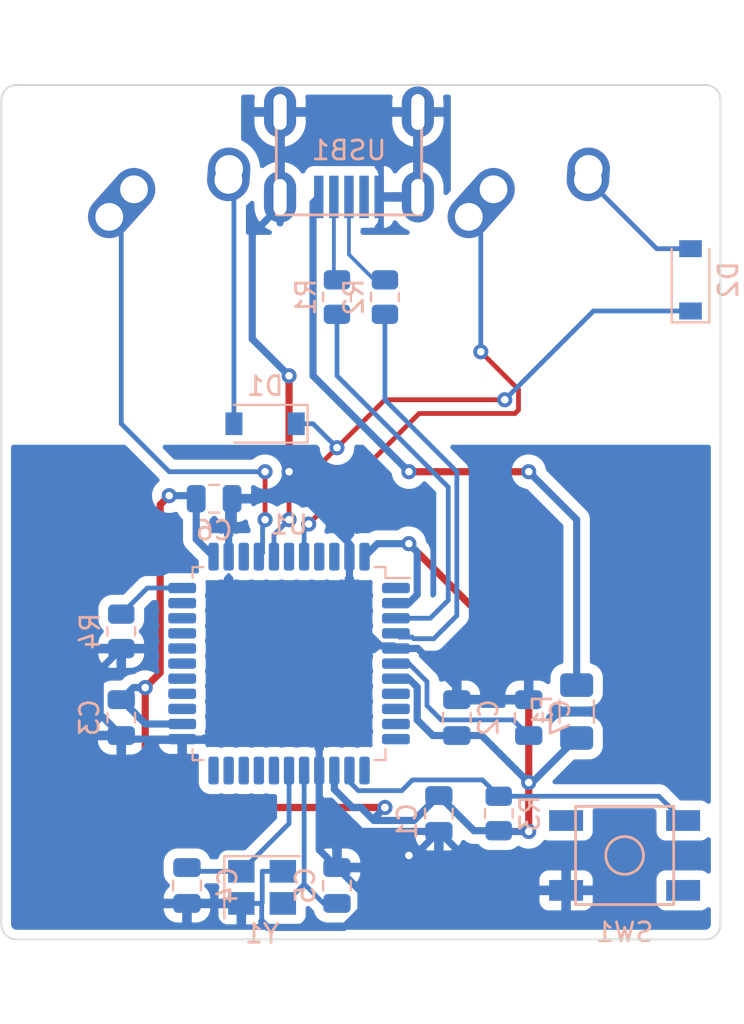
<source format=kicad_pcb>
(kicad_pcb (version 20211014) (generator pcbnew)
  (layers (0 "F.Cu" signal) (31 "B.Cu" signal) (34 "B.Paste" user) (35 "F.Paste" user) (36 "B.SilkS" user "B.Silkscreen") (37 "F.SilkS" user "F.Silkscreen") (38 "B.Mask" user) (39 "F.Mask" user) (44 "Edge.Cuts" user))
  (net 0 "")
  (net 1 "+5V")
  (net 2 "GND")
  (net 3 "Net-(C4-Pad2)")
  (net 4 "Net-(C5-Pad2)")
  (net 5 "Net-(C7-Pad1)")
  (net 6 "ROW0")
  (net 7 "Net-(D1-Pad2)")
  (net 8 "Net-(D2-Pad2)")
  (net 9 "VCC")
  (net 10 "D-")
  (net 11 "Net-(R1-Pad2)")
  (net 12 "D+")
  (net 13 "Net-(R2-Pad2)")
  (net 14 "Net-(R3-Pad2)")
  (net 15 "Net-(R4-Pad1)")
  (net 40 "COL0")
  (net 41 "COL1")
  (footprint "MX_Alps_Hybrid:MX-1U-NoLED" (layer "F.Cu") (at 92.075 107.15625)
    (fp_text reference "MX2")
    (fp_text value "MX-NoLED")
    (pad "" np_thru_hole circle locked (at 5.08 0 48.0996) (size 1.75 1.75) (drill 1.75) (layers *.Cu *.Mask))
    (pad "" np_thru_hole circle locked (at 0 0) (size 3.9878 3.9878) (drill 3.9878) (layers *.Cu *.Mask))
    (pad "" np_thru_hole circle locked (at -5.08 0 48.0996) (size 1.75 1.75) (drill 1.75) (layers *.Cu *.Mask))
    (pad "1" thru_hole oval locked (at -3.81 -2.54 48.0996) (size 4.211556 2.25) (drill 1.47 (offset 0.980778 0)) (layers *.Cu "B.Mask") (net 41 "COL1"))
    (pad "1" thru_hole circle locked (at -2.5 -4) (size 2.25 2.25) (drill 1.47) (layers *.Cu "B.Mask") (net 41 "COL1"))
    (pad "2" thru_hole oval locked (at 2.5 -4.5 86.0548) (size 2.831378 2.25) (drill 1.47 (offset 0.290689 0)) (layers *.Cu "B.Mask") (net 8 "Net-(D2-Pad2)"))
    (pad "2" thru_hole circle locked (at 2.54 -5.08) (size 2.25 2.25) (drill 1.47) (layers *.Cu "B.Mask") (net 8 "Net-(D2-Pad2)"))
  )
  (footprint "MX_Alps_Hybrid:MX-1U-NoLED" (layer "F.Cu") (at 73.025 107.15625)
    (fp_text reference "MX1")
    (fp_text value "MX-NoLED")
    (pad "" np_thru_hole circle locked (at 5.08 0 48.0996) (size 1.75 1.75) (drill 1.75) (layers *.Cu *.Mask))
    (pad "" np_thru_hole circle locked (at 0 0) (size 3.9878 3.9878) (drill 3.9878) (layers *.Cu *.Mask))
    (pad "" np_thru_hole circle locked (at -5.08 0 48.0996) (size 1.75 1.75) (drill 1.75) (layers *.Cu *.Mask))
    (pad "1" thru_hole circle locked (at -2.5 -4) (size 2.25 2.25) (drill 1.47) (layers *.Cu "B.Mask") (net 40 "COL0"))
    (pad "1" thru_hole oval locked (at -3.81 -2.54 48.0996) (size 4.211556 2.25) (drill 1.47 (offset 0.980778 0)) (layers *.Cu "B.Mask") (net 40 "COL0"))
    (pad "2" thru_hole circle locked (at 2.54 -5.08) (size 2.25 2.25) (drill 1.47) (layers *.Cu "B.Mask") (net 7 "Net-(D1-Pad2)"))
    (pad "2" thru_hole oval locked (at 2.5 -4.5 86.0548) (size 2.831378 2.25) (drill 1.47 (offset 0.290689 0)) (layers *.Cu "B.Mask") (net 7 "Net-(D1-Pad2)"))
  )
  (footprint "Package_QFP:LQFP-44_10x10mm_P0.8mm" (layer "B.Cu") (at 78.74 128.27 180)
    (fp_text reference "U1" (at 0 7.35) (layer "B.SilkS") (effects (justify mirror)))
    (fp_text value "ATmega32U4-A")
    (fp_line (start 5.11 5.11) (end 5.11 4.535) (layer "B.SilkS") (width 0.12))
    (fp_line (start 5.11 -5.11) (end 5.11 -4.535) (layer "B.SilkS") (width 0.12))
    (fp_line (start -4.535 5.11) (end -5.11 5.11) (layer "B.SilkS") (width 0.12))
    (fp_line (start 4.535 -5.11) (end 5.11 -5.11) (layer "B.SilkS") (width 0.12))
    (fp_line (start -5.11 5.11) (end -5.11 4.535) (layer "B.SilkS") (width 0.12))
    (fp_line (start -5.11 -5.11) (end -5.11 -4.535) (layer "B.SilkS") (width 0.12))
    (fp_line (start 4.535 5.11) (end 5.11 5.11) (layer "B.SilkS") (width 0.12))
    (fp_line (start -4.535 -5.11) (end -5.11 -5.11) (layer "B.SilkS") (width 0.12))
    (fp_line (start -5.11 4.535) (end -6.4 4.535) (layer "B.SilkS") (width 0.12))
    (pad "1" smd roundrect (at -5.6625 4 180) (size 1.475 0.55) (layers "B.Cu" "B.Paste" "B.Mask"))
    (pad "2" smd roundrect (at -5.6625 3.2 180) (size 1.475 0.55) (layers "B.Cu" "B.Paste" "B.Mask") (net 1 "+5V"))
    (pad "3" smd roundrect (at -5.6625 2.4 180) (size 1.475 0.55) (layers "B.Cu" "B.Paste" "B.Mask") (net 11 "Net-(R1-Pad2)"))
    (pad "4" smd roundrect (at -5.6625 1.6 180) (size 1.475 0.55) (layers "B.Cu" "B.Paste" "B.Mask") (net 13 "Net-(R2-Pad2)"))
    (pad "5" smd roundrect (at -5.6625 0.8 180) (size 1.475 0.55) (layers "B.Cu" "B.Paste" "B.Mask") (net 2 "GND"))
    (pad "6" smd roundrect (at -5.6625 0 180) (size 1.475 0.55) (layers "B.Cu" "B.Paste" "B.Mask") (net 5 "Net-(C7-Pad1)"))
    (pad "7" smd roundrect (at -5.6625 -0.8 180) (size 1.475 0.55) (layers "B.Cu" "B.Paste" "B.Mask") (net 1 "+5V"))
    (pad "8" smd roundrect (at -5.6625 -1.6 180) (size 1.475 0.55) (layers "B.Cu" "B.Paste" "B.Mask"))
    (pad "9" smd roundrect (at -5.6625 -2.4 180) (size 1.475 0.55) (layers "B.Cu" "B.Paste" "B.Mask"))
    (pad "10" smd roundrect (at -5.6625 -3.2 180) (size 1.475 0.55) (layers "B.Cu" "B.Paste" "B.Mask"))
    (pad "11" smd roundrect (at -5.6625 -4 180) (size 1.475 0.55) (layers "B.Cu" "B.Paste" "B.Mask"))
    (pad "12" smd roundrect (at -4 -5.6625 180) (size 0.55 1.475) (layers "B.Cu" "B.Paste" "B.Mask"))
    (pad "13" smd roundrect (at -3.2 -5.6625 180) (size 0.55 1.475) (layers "B.Cu" "B.Paste" "B.Mask") (net 14 "Net-(R3-Pad2)"))
    (pad "14" smd roundrect (at -2.4 -5.6625 180) (size 0.55 1.475) (layers "B.Cu" "B.Paste" "B.Mask") (net 1 "+5V"))
    (pad "15" smd roundrect (at -1.6 -5.6625 180) (size 0.55 1.475) (layers "B.Cu" "B.Paste" "B.Mask") (net 2 "GND"))
    (pad "16" smd roundrect (at -0.8 -5.6625 180) (size 0.55 1.475) (layers "B.Cu" "B.Paste" "B.Mask") (net 4 "Net-(C5-Pad2)"))
    (pad "17" smd roundrect (at 0 -5.6625 180) (size 0.55 1.475) (layers "B.Cu" "B.Paste" "B.Mask") (net 3 "Net-(C4-Pad2)"))
    (pad "18" smd roundrect (at 0.8 -5.6625 180) (size 0.55 1.475) (layers "B.Cu" "B.Paste" "B.Mask"))
    (pad "19" smd roundrect (at 1.6 -5.6625 180) (size 0.55 1.475) (layers "B.Cu" "B.Paste" "B.Mask"))
    (pad "20" smd roundrect (at 2.4 -5.6625 180) (size 0.55 1.475) (layers "B.Cu" "B.Paste" "B.Mask"))
    (pad "21" smd roundrect (at 3.2 -5.6625 180) (size 0.55 1.475) (layers "B.Cu" "B.Paste" "B.Mask"))
    (pad "22" smd roundrect (at 4 -5.6625 180) (size 0.55 1.475) (layers "B.Cu" "B.Paste" "B.Mask"))
    (pad "23" smd roundrect (at 5.6625 -4 180) (size 1.475 0.55) (layers "B.Cu" "B.Paste" "B.Mask") (net 2 "GND"))
    (pad "24" smd roundrect (at 5.6625 -3.2 180) (size 1.475 0.55) (layers "B.Cu" "B.Paste" "B.Mask") (net 1 "+5V"))
    (pad "25" smd roundrect (at 5.6625 -2.4 180) (size 1.475 0.55) (layers "B.Cu" "B.Paste" "B.Mask"))
    (pad "26" smd roundrect (at 5.6625 -1.6 180) (size 1.475 0.55) (layers "B.Cu" "B.Paste" "B.Mask"))
    (pad "27" smd roundrect (at 5.6625 -0.8 180) (size 1.475 0.55) (layers "B.Cu" "B.Paste" "B.Mask"))
    (pad "28" smd roundrect (at 5.6625 0 180) (size 1.475 0.55) (layers "B.Cu" "B.Paste" "B.Mask"))
    (pad "29" smd roundrect (at 5.6625 0.8 180) (size 1.475 0.55) (layers "B.Cu" "B.Paste" "B.Mask"))
    (pad "30" smd roundrect (at 5.6625 1.6 180) (size 1.475 0.55) (layers "B.Cu" "B.Paste" "B.Mask"))
    (pad "31" smd roundrect (at 5.6625 2.4 180) (size 1.475 0.55) (layers "B.Cu" "B.Paste" "B.Mask"))
    (pad "32" smd roundrect (at 5.6625 3.2 180) (size 1.475 0.55) (layers "B.Cu" "B.Paste" "B.Mask"))
    (pad "33" smd roundrect (at 5.6625 4 180) (size 1.475 0.55) (layers "B.Cu" "B.Paste" "B.Mask") (net 15 "Net-(R4-Pad1)"))
    (pad "34" smd roundrect (at 4 5.6625 180) (size 0.55 1.475) (layers "B.Cu" "B.Paste" "B.Mask") (net 1 "+5V"))
    (pad "35" smd roundrect (at 3.2 5.6625 180) (size 0.55 1.475) (layers "B.Cu" "B.Paste" "B.Mask") (net 2 "GND"))
    (pad "36" smd roundrect (at 2.4 5.6625 180) (size 0.55 1.475) (layers "B.Cu" "B.Paste" "B.Mask"))
    (pad "37" smd roundrect (at 1.6 5.6625 180) (size 0.55 1.475) (layers "B.Cu" "B.Paste" "B.Mask") (net 40 "COL0"))
    (pad "38" smd roundrect (at 0.8 5.6625 180) (size 0.55 1.475) (layers "B.Cu" "B.Paste" "B.Mask") (net 6 "ROW0"))
    (pad "39" smd roundrect (at 0 5.6625 180) (size 0.55 1.475) (layers "B.Cu" "B.Paste" "B.Mask"))
    (pad "40" smd roundrect (at -0.8 5.6625 180) (size 0.55 1.475) (layers "B.Cu" "B.Paste" "B.Mask") (net 41 "COL1"))
    (pad "41" smd roundrect (at -1.6 5.6625 180) (size 0.55 1.475) (layers "B.Cu" "B.Paste" "B.Mask"))
    (pad "42" smd roundrect (at -2.4 5.6625 180) (size 0.55 1.475) (layers "B.Cu" "B.Paste" "B.Mask"))
    (pad "43" smd roundrect (at -3.2 5.6625 180) (size 0.55 1.475) (layers "B.Cu" "B.Paste" "B.Mask") (net 2 "GND"))
    (pad "44" smd roundrect (at -4 5.6625 180) (size 0.55 1.475) (layers "B.Cu" "B.Paste" "B.Mask") (net 1 "+5V"))
  )
  (footprint "Resistor_SMD:R_0805_2012Metric" (layer "B.Cu") (at 69.85 126.56375 -90)
    (fp_text reference "R4" (at 0 1.65 90) (layer "B.SilkS") (effects (justify mirror)))
    (fp_text value "10k")
    (fp_line (start -0.227064 0.735) (end 0.227064 0.735) (layer "B.SilkS") (width 0.12))
    (fp_line (start -0.227064 -0.735) (end 0.227064 -0.735) (layer "B.SilkS") (width 0.12))
    (pad "1" smd roundrect (at -0.9125 0 270) (size 1.025 1.4) (layers "B.Cu" "B.Paste" "B.Mask") (roundrect_rratio 0.243902) (net 15 "Net-(R4-Pad1)"))
    (pad "2" smd roundrect (at 0.9125 0 270) (size 1.025 1.4) (layers "B.Cu" "B.Paste" "B.Mask") (roundrect_rratio 0.243902) (net 2 "GND"))
  )
  (footprint "Capacitor_SMD:C_0805_2012Metric" (layer "B.Cu") (at 81.28 140.02 -90)
    (fp_text reference "C5" (at 0 1.68 90) (layer "B.SilkS") (effects (justify mirror)))
    (fp_text value "22pF")
    (fp_line (start -0.261252 0.735) (end 0.261252 0.735) (layer "B.SilkS") (width 0.12))
    (fp_line (start -0.261252 -0.735) (end 0.261252 -0.735) (layer "B.SilkS") (width 0.12))
    (pad "1" smd roundrect (at -0.95 0 270) (size 1 1.45) (layers "B.Cu" "B.Paste" "B.Mask") (net 2 "GND"))
    (pad "2" smd roundrect (at 0.95 0 270) (size 1 1.45) (layers "B.Cu" "B.Paste" "B.Mask") (net 4 "Net-(C5-Pad2)"))
  )
  (footprint "Capacitor_SMD:C_0805_2012Metric" (layer "B.Cu") (at 91.44 131.13 90)
    (fp_text reference "C7" (at 0 1.68 90) (layer "B.SilkS") (effects (justify mirror)))
    (fp_text value "1uF")
    (fp_line (start -0.261252 -0.735) (end 0.261252 -0.735) (layer "B.SilkS") (width 0.12))
    (fp_line (start -0.261252 0.735) (end 0.261252 0.735) (layer "B.SilkS") (width 0.12))
    (pad "1" smd roundrect (at -0.95 0 90) (size 1 1.45) (layers "B.Cu" "B.Paste" "B.Mask") (net 5 "Net-(C7-Pad1)"))
    (pad "2" smd roundrect (at 0.95 0 90) (size 1 1.45) (layers "B.Cu" "B.Paste" "B.Mask") (net 2 "GND"))
  )
  (footprint "random-keyboard-parts:SKQG-1155865" (layer "B.Cu") (at 96.52 138.43 180)
    (fp_text reference "SW1" (at 0 -4.064) (layer "B.SilkS") (effects (justify mirror)))
    (fp_text value "SW_Push")
    (fp_line (start 2.6 -2.6) (end -2.6 -2.6) (layer "B.SilkS") (width 0.15))
    (fp_line (start -2.6 -2.6) (end -2.6 2.6) (layer "B.SilkS") (width 0.15))
    (fp_line (start 2.6 2.6) (end 2.6 -2.6) (layer "B.SilkS") (width 0.15))
    (fp_line (start -2.6 2.6) (end 2.6 2.6) (layer "B.SilkS") (width 0.15))
    (fp_circle (center 0 0) (end 1 0) (layer "B.SilkS") (width 0.15) (fill none))
    (pad "1" smd rect locked (at 3.1 -1.85 180) (size 1.8 1.1) (layers "B.Cu" "B.Paste" "B.Mask") (net 2 "GND"))
    (pad "2" smd rect locked (at -3.1 1.85 180) (size 1.8 1.1) (layers "B.Cu" "B.Paste" "B.Mask") (net 14 "Net-(R3-Pad2)"))
    (pad "3" smd rect locked (at 3.1 1.85 180) (size 1.8 1.1) (layers "B.Cu" "B.Paste" "B.Mask"))
    (pad "4" smd rect locked (at -3.1 -1.85 180) (size 1.8 1.1) (layers "B.Cu" "B.Paste" "B.Mask"))
  )
  (footprint "Capacitor_SMD:C_0805_2012Metric" (layer "B.Cu") (at 73.33125 140.02 90)
    (fp_text reference "C4" (at 0 2.15625 90) (layer "B.SilkS") (effects (justify mirror)))
    (fp_text value "22pF")
    (fp_line (start -0.261252 0.735) (end 0.261252 0.735) (layer "B.SilkS") (width 0.12))
    (fp_line (start -0.261252 -0.735) (end 0.261252 -0.735) (layer "B.SilkS") (width 0.12))
    (pad "1" smd roundrect (at -0.95 0 90) (size 1 1.45) (layers "B.Cu" "B.Paste" "B.Mask") (net 2 "GND"))
    (pad "2" smd roundrect (at 0.95 0 90) (size 1 1.45) (layers "B.Cu" "B.Paste" "B.Mask") (net 3 "Net-(C4-Pad2)"))
  )
  (footprint "random-keyboard-parts:Molex-0548190519" (layer "B.Cu") (at 81.915 99.06 -90)
    (fp_text reference "USB1" (at 2.032 0 180) (layer "B.SilkS") (effects (justify mirror)))
    (fp_text value "Molex-0548190589")
    (fp_line (start 0 3.85) (end 5.45 3.85) (layer "B.SilkS") (width 0.15))
    (fp_line (start 5.45 3.85) (end 5.45 -3.85) (layer "B.SilkS") (width 0.15))
    (fp_line (start 0 -3.85) (end 5.45 -3.85) (layer "B.SilkS") (width 0.15))
    (pad "1" smd rect locked (at 4.5 -1.6 270) (size 2.25 0.5) (layers "B.Cu" "B.Paste" "B.Mask") (net 2 "GND"))
    (pad "2" smd rect locked (at 4.5 -0.8 270) (size 2.25 0.5) (layers "B.Cu" "B.Paste" "B.Mask"))
    (pad "3" smd rect locked (at 4.5 0 270) (size 2.25 0.5) (layers "B.Cu" "B.Paste" "B.Mask") (net 12 "D+"))
    (pad "4" smd rect locked (at 4.5 0.8 270) (size 2.25 0.5) (layers "B.Cu" "B.Paste" "B.Mask") (net 10 "D-"))
    (pad "5" smd rect locked (at 4.5 1.6 270) (size 2.25 0.5) (layers "B.Cu" "B.Paste" "B.Mask") (net 9 "VCC"))
    (pad "6" thru_hole oval locked (at 4.5 -3.65 270) (size 2.7 1.7) (drill oval 1.9 0.7) (layers *.Cu *.Mask) (net 2 "GND"))
    (pad "6" thru_hole oval locked (at 0 -3.65 270) (size 2.7 1.7) (drill oval 1.9 0.7) (layers *.Cu *.Mask) (net 2 "GND"))
    (pad "6" thru_hole oval locked (at 4.5 3.65 270) (size 2.7 1.7) (drill oval 1.9 0.7) (layers *.Cu *.Mask) (net 2 "GND"))
    (pad "6" thru_hole oval locked (at 0 3.65 270) (size 2.7 1.7) (drill oval 1.9 0.7) (layers *.Cu *.Mask) (net 2 "GND"))
  )
  (footprint "Resistor_SMD:R_0805_2012Metric" (layer "B.Cu") (at 81.28 108.8625 -90)
    (fp_text reference "R1" (at 0 1.65 90) (layer "B.SilkS") (effects (justify mirror)))
    (fp_text value "22")
    (fp_line (start -0.227064 -0.735) (end 0.227064 -0.735) (layer "B.SilkS") (width 0.12))
    (fp_line (start -0.227064 0.735) (end 0.227064 0.735) (layer "B.SilkS") (width 0.12))
    (pad "1" smd roundrect (at -0.9125 0 270) (size 1.025 1.4) (layers "B.Cu" "B.Paste" "B.Mask") (roundrect_rratio 0.243902) (net 10 "D-"))
    (pad "2" smd roundrect (at 0.9125 0 270) (size 1.025 1.4) (layers "B.Cu" "B.Paste" "B.Mask") (roundrect_rratio 0.243902) (net 11 "Net-(R1-Pad2)"))
  )
  (footprint "Capacitor_SMD:C_0805_2012Metric" (layer "B.Cu") (at 86.6775 136.2075 -90)
    (fp_text reference "C1" (at 0.42 1.68 90) (layer "B.SilkS") (effects (justify mirror)))
    (fp_text value "0.1uF")
    (fp_line (start -0.261252 -0.735) (end 0.261252 -0.735) (layer "B.SilkS") (width 0.12))
    (fp_line (start -0.261252 0.735) (end 0.261252 0.735) (layer "B.SilkS") (width 0.12))
    (pad "1" smd roundrect (at -0.95 0 270) (size 1 1.45) (layers "B.Cu" "B.Paste" "B.Mask") (net 1 "+5V"))
    (pad "2" smd roundrect (at 0.95 0 270) (size 1 1.45) (layers "B.Cu" "B.Paste" "B.Mask") (net 2 "GND"))
  )
  (footprint "Crystal:Crystal_SMD_3225-4Pin_3.2x2.5mm" (layer "B.Cu") (at 77.31125 140.12)
    (fp_text reference "Y1" (at 0 2.45) (layer "B.SilkS") (effects (justify mirror)))
    (fp_text value "16MHz")
    (fp_line (start -2 -1.65) (end 2 -1.65) (layer "B.SilkS") (width 0.12))
    (fp_line (start -2 1.65) (end -2 -1.65) (layer "B.SilkS") (width 0.12))
    (pad "1" smd rect (at -1.1 -0.85) (size 1.4 1.2) (layers "B.Cu" "B.Paste" "B.Mask") (net 3 "Net-(C4-Pad2)"))
    (pad "2" smd rect (at 1.1 -0.85) (size 1.4 1.2) (layers "B.Cu" "B.Paste" "B.Mask") (net 2 "GND"))
    (pad "3" smd rect (at 1.1 0.85) (size 1.4 1.2) (layers "B.Cu" "B.Paste" "B.Mask") (net 4 "Net-(C5-Pad2)"))
    (pad "4" smd rect (at -1.1 0.85) (size 1.4 1.2) (layers "B.Cu" "B.Paste" "B.Mask") (net 2 "GND"))
  )
  (footprint "Resistor_SMD:R_0805_2012Metric" (layer "B.Cu") (at 89.8525 136.2075 90)
    (fp_text reference "R3" (at 0 1.65 90) (layer "B.SilkS") (effects (justify mirror)))
    (fp_text value "10k")
    (fp_line (start -0.227064 0.735) (end 0.227064 0.735) (layer "B.SilkS") (width 0.12))
    (fp_line (start -0.227064 -0.735) (end 0.227064 -0.735) (layer "B.SilkS") (width 0.12))
    (pad "1" smd roundrect (at -0.9125 0 90) (size 1.025 1.4) (layers "B.Cu" "B.Paste" "B.Mask") (roundrect_rratio 0.243902) (net 1 "+5V"))
    (pad "2" smd roundrect (at 0.9125 0 90) (size 1.025 1.4) (layers "B.Cu" "B.Paste" "B.Mask") (roundrect_rratio 0.243902) (net 14 "Net-(R3-Pad2)"))
  )
  (footprint "Capacitor_SMD:C_0805_2012Metric" (layer "B.Cu") (at 69.85 131.13 -90)
    (fp_text reference "C3" (at 0 1.68 90) (layer "B.SilkS") (effects (justify mirror)))
    (fp_text value "0.1uF")
    (fp_line (start -0.261252 -0.735) (end 0.261252 -0.735) (layer "B.SilkS") (width 0.12))
    (fp_line (start -0.261252 0.735) (end 0.261252 0.735) (layer "B.SilkS") (width 0.12))
    (pad "1" smd roundrect (at -0.95 0 270) (size 1 1.45) (layers "B.Cu" "B.Paste" "B.Mask") (net 1 "+5V"))
    (pad "2" smd roundrect (at 0.95 0 270) (size 1 1.45) (layers "B.Cu" "B.Paste" "B.Mask") (net 2 "GND"))
  )
  (footprint "Fuse:Fuse_1206_3216Metric" (layer "B.Cu") (at 93.98 130.81 -90)
    (fp_text reference "F1" (at 0 1.82 90) (layer "B.SilkS") (effects (justify mirror)))
    (fp_text value "500mA")
    (fp_line (start -0.602064 -0.91) (end 0.602064 -0.91) (layer "B.SilkS") (width 0.12))
    (fp_line (start -0.602064 0.91) (end 0.602064 0.91) (layer "B.SilkS") (width 0.12))
    (pad "1" smd roundrect (at -1.4 0 270) (size 1.25 1.75) (layers "B.Cu" "B.Paste" "B.Mask") (roundrect_rratio 0.2) (net 9 "VCC"))
    (pad "2" smd roundrect (at 1.4 0 270) (size 1.25 1.75) (layers "B.Cu" "B.Paste" "B.Mask") (roundrect_rratio 0.2) (net 1 "+5V"))
  )
  (footprint "Diode_SMD:D_SOD-123" (layer "B.Cu") (at 100.0125 107.95 90)
    (fp_text reference "D2" (at 0 2 90) (layer "B.SilkS") (effects (justify mirror)))
    (fp_text value "D_Small")
    (fp_line (start -2.25 -1) (end 1.65 -1) (layer "B.SilkS") (width 0.12))
    (fp_line (start -2.25 1) (end 1.65 1) (layer "B.SilkS") (width 0.12))
    (fp_line (start -2.25 1) (end -2.25 -1) (layer "B.SilkS") (width 0.12))
    (pad "1" smd rect (at -1.65 0 90) (size 0.9 1.2) (layers "B.Cu" "B.Paste" "B.Mask") (net 6 "ROW0"))
    (pad "2" smd rect (at 1.65 0 90) (size 0.9 1.2) (layers "B.Cu" "B.Paste" "B.Mask") (net 8 "Net-(D2-Pad2)"))
  )
  (footprint "Diode_SMD:D_SOD-123" (layer "B.Cu") (at 77.47 115.57 180)
    (fp_text reference "D1" (at 0 2) (layer "B.SilkS") (effects (justify mirror)))
    (fp_text value "D_Small")
    (fp_line (start -2.25 1) (end 1.65 1) (layer "B.SilkS") (width 0.12))
    (fp_line (start -2.25 -1) (end 1.65 -1) (layer "B.SilkS") (width 0.12))
    (fp_line (start -2.25 1) (end -2.25 -1) (layer "B.SilkS") (width 0.12))
    (pad "1" smd rect (at -1.65 0 180) (size 0.9 1.2) (layers "B.Cu" "B.Paste" "B.Mask") (net 6 "ROW0"))
    (pad "2" smd rect (at 1.65 0 180) (size 0.9 1.2) (layers "B.Cu" "B.Paste" "B.Mask") (net 7 "Net-(D1-Pad2)"))
  )
  (footprint "Capacitor_SMD:C_0805_2012Metric" (layer "B.Cu") (at 87.63 131.13 90)
    (fp_text reference "C2" (at 0 1.68 90) (layer "B.SilkS") (effects (justify mirror)))
    (fp_text value "0.1uF")
    (fp_line (start -0.261252 -0.735) (end 0.261252 -0.735) (layer "B.SilkS") (width 0.12))
    (fp_line (start -0.261252 0.735) (end 0.261252 0.735) (layer "B.SilkS") (width 0.12))
    (pad "1" smd roundrect (at -0.95 0 90) (size 1 1.45) (layers "B.Cu" "B.Paste" "B.Mask") (net 1 "+5V"))
    (pad "2" smd roundrect (at 0.95 0 90) (size 1 1.45) (layers "B.Cu" "B.Paste" "B.Mask") (net 2 "GND"))
  )
  (footprint "Capacitor_SMD:C_0805_2012Metric" (layer "B.Cu") (at 74.77125 119.53875)
    (fp_text reference "C6" (at 0 1.68) (layer "B.SilkS") (effects (justify mirror)))
    (fp_text value "10uF")
    (fp_line (start -0.261252 -0.735) (end 0.261252 -0.735) (layer "B.SilkS") (width 0.12))
    (fp_line (start -0.261252 0.735) (end 0.261252 0.735) (layer "B.SilkS") (width 0.12))
    (pad "1" smd roundrect (at -0.95 0) (size 1 1.45) (layers "B.Cu" "B.Paste" "B.Mask") (net 1 "+5V"))
    (pad "2" smd roundrect (at 0.95 0) (size 1 1.45) (layers "B.Cu" "B.Paste" "B.Mask") (net 2 "GND"))
  )
  (footprint "Resistor_SMD:R_0805_2012Metric" (layer "B.Cu") (at 83.82 108.8625 -90)
    (fp_text reference "R2" (at 0 1.65 90) (layer "B.SilkS") (effects (justify mirror)))
    (fp_text value "22")
    (fp_line (start -0.227064 0.735) (end 0.227064 0.735) (layer "B.SilkS") (width 0.12))
    (fp_line (start -0.227064 -0.735) (end 0.227064 -0.735) (layer "B.SilkS") (width 0.12))
    (pad "1" smd roundrect (at -0.9125 0 270) (size 1.025 1.4) (layers "B.Cu" "B.Paste" "B.Mask") (roundrect_rratio 0.243902) (net 12 "D+"))
    (pad "2" smd roundrect (at 0.9125 0 270) (size 1.025 1.4) (layers "B.Cu" "B.Paste" "B.Mask") (roundrect_rratio 0.243902) (net 13 "Net-(R2-Pad2)"))
  )
  (gr_arc (start 63.5 98.425) (mid 63.732484 97.863734) (end 64.29375 97.63125) (layer "Edge.Cuts") (width 0.1))
  (gr_line (start 63.5 142.08125) (end 63.5 98.425) (layer "Edge.Cuts") (width 0.1))
  (gr_line (start 101.6 98.425) (end 101.6 142.08125) (layer "Edge.Cuts") (width 0.1))
  (gr_line (start 100.80625 142.875) (end 64.29375 142.875) (layer "Edge.Cuts") (width 0.1))
  (gr_arc (start 101.6 142.08125) (mid 101.367516 142.642516) (end 100.80625 142.875) (layer "Edge.Cuts") (width 0.1))
  (gr_arc (start 64.29375 142.875) (mid 63.732484 142.642516) (end 63.5 142.08125) (layer "Edge.Cuts") (width 0.1))
  (gr_line (start 64.29375 97.63125) (end 100.80625 97.63125) (layer "Edge.Cuts") (width 0.1))
  (gr_arc (start 100.80625 97.63125) (mid 101.367516 97.863734) (end 101.6 98.425) (layer "Edge.Cuts") (width 0.1))
  (segment (start 71.12 129.54) (end 71.9105 128.7495) (width 0.381) (layer "F.Cu") (net 1))
  (segment (start 83.82 135.89) (end 73.66 135.89) (width 0.381) (layer "F.Cu") (net 1))
  (segment (start 91.44 128.27) (end 85.09 121.92) (width 0.381) (layer "F.Cu") (net 1))
  (segment (start 71.9105 119.8595) (end 72.39 119.38) (width 0.381) (layer "F.Cu") (net 1))
  (segment (start 71.12 133.35) (end 71.12 129.54) (width 0.381) (layer "F.Cu") (net 1))
  (segment (start 73.66 135.89) (end 71.12 133.35) (width 0.381) (layer "F.Cu") (net 1))
  (segment (start 91.44 134.5685) (end 91.44 137.16) (width 0.381) (layer "F.Cu") (net 1))
  (segment (start 71.9105 128.7495) (end 71.9105 119.8595) (width 0.381) (layer "F.Cu") (net 1))
  (segment (start 91.44 134.5685) (end 91.44 128.27) (width 0.381) (layer "F.Cu") (net 1))
  (via (at 85.09 121.92) (size 0.8) (drill 0.4) (layers "F.Cu" "B.Cu") (net 1))
  (via (at 72.39 119.38) (size 0.8) (drill 0.4) (layers "F.Cu" "B.Cu") (net 1))
  (via (at 83.82 135.89) (size 0.8) (drill 0.4) (layers "F.Cu" "B.Cu") (net 1))
  (via (at 83.82 135.89) (size 0.8) (drill 0.4) (layers "F.Cu" "B.Cu") (net 1))
  (via (at 91.44 137.16) (size 0.8) (drill 0.4) (layers "F.Cu" "B.Cu") (net 1))
  (via (at 91.44 134.5685) (size 0.8) (drill 0.4) (layers "F.Cu" "B.Cu") (net 1))
  (via (at 71.12 129.54) (size 0.8) (drill 0.4) (layers "F.Cu" "B.Cu") (net 1))
  (segment (start 85.5305 122.3605) (end 85.5305 124.626205) (width 0.381) (layer "B.Cu") (net 1))
  (segment (start 91.44 137.16) (end 89.8925 137.16) (width 0.381) (layer "B.Cu") (net 1))
  (segment (start 88.9515 132.08) (end 87.63 132.08) (width 0.381) (layer "B.Cu") (net 1))
  (segment (start 73.82125 119.53875) (end 73.82125 121.68875) (width 0.381) (layer "B.Cu") (net 1))
  (segment (start 85.5305 131.2505) (end 85.5305 129.513795) (width 0.381) (layer "B.Cu") (net 1))
  (segment (start 81.14 134.928342) (end 81.14 133.9325) (width 0.381) (layer "B.Cu") (net 1))
  (segment (start 71.12 129.54) (end 70.49 129.54) (width 0.381) (layer "B.Cu") (net 1))
  (segment (start 91.44 134.62) (end 91.44 134.5685) (width 0.381) (layer "B.Cu") (net 1))
  (segment (start 72.39 119.38) (end 73.6625 119.38) (width 0.381) (layer "B.Cu") (net 1))
  (segment (start 85.3585 136.5765) (end 83.2365 136.5765) (width 0.381) (layer "B.Cu") (net 1))
  (segment (start 73.6625 119.38) (end 73.82125 119.53875) (width 0.381) (layer "B.Cu") (net 1))
  (segment (start 85.09 121.92) (end 83.4275 121.92) (width 0.381) (layer "B.Cu") (net 1))
  (segment (start 85.086705 129.07) (end 84.4025 129.07) (width 0.381) (layer "B.Cu") (net 1))
  (segment (start 91.44 134.5685) (end 88.9515 132.08) (width 0.381) (layer "B.Cu") (net 1))
  (segment (start 85.5305 124.626205) (end 85.086705 125.07) (width 0.381) (layer "B.Cu") (net 1))
  (segment (start 83.2365 136.5765) (end 82.55 135.89) (width 0.381) (layer "B.Cu") (net 1))
  (segment (start 83.2365 136.5765) (end 83.2365 136.4735) (width 0.381) (layer "B.Cu") (net 1))
  (segment (start 87.63 132.08) (end 86.36 132.08) (width 0.381) (layer "B.Cu") (net 1))
  (segment (start 88.54 137.12) (end 86.6775 135.2575) (width 0.381) (layer "B.Cu") (net 1))
  (segment (start 82.101658 135.89) (end 81.14 134.928342) (width 0.381) (layer "B.Cu") (net 1))
  (segment (start 73.82125 121.68875) (end 74.74 122.6075) (width 0.381) (layer "B.Cu") (net 1))
  (segment (start 70.49 129.54) (end 69.85 130.18) (width 0.381) (layer "B.Cu") (net 1))
  (segment (start 83.4275 121.92) (end 82.74 122.6075) (width 0.381) (layer "B.Cu") (net 1))
  (segment (start 89.8525 137.12) (end 88.54 137.12) (width 0.381) (layer "B.Cu") (net 1))
  (segment (start 86.36 132.08) (end 85.5305 131.2505) (width 0.381) (layer "B.Cu") (net 1))
  (segment (start 85.086705 125.07) (end 84.4025 125.07) (width 0.381) (layer "B.Cu") (net 1))
  (segment (start 89.8925 137.16) (end 89.8525 137.12) (width 0.381) (layer "B.Cu") (net 1))
  (segment (start 82.55 135.89) (end 82.101658 135.89) (width 0.381) (layer "B.Cu") (net 1))
  (segment (start 85.09 121.92) (end 85.5305 122.3605) (width 0.381) (layer "B.Cu") (net 1))
  (segment (start 86.6775 135.2575) (end 85.3585 136.5765) (width 0.381) (layer "B.Cu") (net 1))
  (segment (start 71.14 131.47) (end 73.0775 131.47) (width 0.381) (layer "B.Cu") (net 1))
  (segment (start 85.5305 129.513795) (end 85.086705 129.07) (width 0.381) (layer "B.Cu") (net 1))
  (segment (start 69.85 130.18) (end 71.14 131.47) (width 0.381) (layer "B.Cu") (net 1))
  (segment (start 91.6215 134.5685) (end 93.98 132.21) (width 0.381) (layer "B.Cu") (net 1))
  (segment (start 83.2365 136.4735) (end 83.82 135.89) (width 0.381) (layer "B.Cu") (net 1))
  (segment (start 91.44 134.5685) (end 91.6215 134.5685) (width 0.381) (layer "B.Cu") (net 1))
  (segment (start 83.82 137.16) (end 85.09 138.43) (width 0.381) (layer "F.Cu") (net 2))
  (segment (start 78.74 113.03) (end 78.74 118.11) (width 0.381) (layer "F.Cu") (net 2))
  (via (at 85.09 138.43) (size 0.8) (drill 0.4) (layers "F.Cu" "B.Cu") (net 2))
  (via (at 78.74 118.11) (size 0.8) (drill 0.4) (layers "F.Cu" "B.Cu") (net 2))
  (via (at 78.74 113.03) (size 0.8) (drill 0.4) (layers "F.Cu" "B.Cu") (net 2))
  (segment (start 77.29225 140.97) (end 76.21125 140.97) (width 0.254) (layer "B.Cu") (net 2))
  (segment (start 82.55 140.34) (end 81.28 139.07) (width 0.381) (layer "B.Cu") (net 2))
  (segment (start 68.7345 128.59175) (end 69.85 127.47625) (width 0.381) (layer "B.Cu") (net 2))
  (segment (start 77.60025 142.24) (end 81.640804 142.24) (width 0.381) (layer "B.Cu") (net 2))
  (segment (start 77.32075 140.9415) (end 77.29225 140.97) (width 0.254) (layer "B.Cu") (net 2))
  (segment (start 78.9 99.21875) (end 78.89875 99.21875) (width 0.381) (layer "B.Cu") (net 2))
  (segment (start 78.74 119.38) (end 78.58125 119.53875) (width 0.381) (layer "B.Cu") (net 2))
  (segment (start 80.34 133.9325) (end 80.34 132.41) (width 0.381) (layer "B.Cu") (net 2))
  (segment (start 86.6775 137.1575) (end 89.8 140.28) (width 0.381) (layer "B.Cu") (net 2))
  (segment (start 85.565 99.06) (end 85.565 103.56) (width 0.381) (layer "B.Cu") (net 2))
  (segment (start 80.34 138.13) (end 80.34 135.56) (width 0.381) (layer "B.Cu") (net 2))
  (segment (start 70.04 132.27) (end 73.0775 132.27) (width 0.381) (layer "B.Cu") (net 2))
  (segment (start 81.640804 142.24) (end 82.55 141.330804) (width 0.381) (layer "B.Cu") (net 2))
  (segment (start 84.268 127.3355) (end 84.4025 127.47) (width 0.381) (layer "B.Cu") (net 2))
  (segment (start 73.33125 140.97) (end 76.21125 140.97) (width 0.381) (layer "B.Cu") (net 2))
  (segment (start 85.56 127.47) (end 84.4025 127.47) (width 0.381) (layer "B.Cu") (net 2))
  (segment (start 78.265 99.06) (end 78.265 103.56) (width 0.381) (layer "B.Cu") (net 2))
  (segment (start 81.28 139.07) (end 80.34 138.13) (width 0.381) (layer "B.Cu") (net 2))
  (segment (start 87.63 129.54) (end 85.56 127.47) (width 0.381) (layer "B.Cu") (net 2))
  (segment (start 82.5475 137.1575) (end 80.95 135.56) (width 0.381) (layer "B.Cu") (net 2))
  (segment (start 91.44 130.18) (end 87.63 130.18) (width 0.381) (layer "B.Cu") (net 2))
  (segment (start 77.29225 141.932) (end 77.60025 142.24) (width 0.381) (layer "B.Cu") (net 2))
  (segment (start 78.89875 99.21875) (end 78.9 99.22) (width 0.381) (layer "B.Cu") (net 2))
  (segment (start 85.405 138.43) (end 86.6775 137.1575) (width 0.381) (layer "B.Cu") (net 2))
  (segment (start 75.54 119.72) (end 75.54 122.6075) (width 0.381) (layer "B.Cu") (net 2))
  (segment (start 81.94 122.6075) (end 81.94 125.691705) (width 0.381) (layer "B.Cu") (net 2))
  (segment (start 86.6775 137.1575) (end 82.5475 137.1575) (width 0.381) (layer "B.Cu") (net 2))
  (segment (start 82.55 141.330804) (end 82.55 140.34) (width 0.381) (layer "B.Cu") (net 2))
  (segment (start 81.94 121.923295) (end 81.94 122.6075) (width 0.381) (layer "B.Cu") (net 2))
  (segment (start 78.58125 119.53875) (end 79.555455 119.53875) (width 0.381) (layer "B.Cu") (net 2))
  (segment (start 78.41125 139.27) (end 77.33025 139.27) (width 0.254) (layer "B.Cu") (net 2))
  (segment (start 77.32075 139.2795) (end 77.32075 140.9415) (width 0.254) (layer "B.Cu") (net 2))
  (segment (start 77.29225 140.97) (end 77.29225 141.932) (width 0.254) (layer "B.Cu") (net 2))
  (segment (start 83.583795 127.3355) (end 84.268 127.3355) (width 0.381) (layer "B.Cu") (net 2))
  (segment (start 78.265 103.56) (end 78.265 104.935) (width 0.381) (layer "B.Cu") (net 2))
  (segment (start 80.34 127.291705) (end 81.94 125.691705) (width 0.381) (layer "B.Cu") (net 2))
  (segment (start 80.95 135.56) (end 80.34 135.56) (width 0.381) (layer "B.Cu") (net 2))
  (segment (start 79.555455 119.53875) (end 81.94 121.923295) (width 0.381) (layer "B.Cu") (net 2))
  (segment (start 78.74 118.11) (end 78.74 119.38) (width 0.381) (layer "B.Cu") (net 2))
  (segment (start 81.94 125.691705) (end 83.583795 127.3355) (width 0.381) (layer "B.Cu") (net 2))
  (segment (start 80.34 135.56) (end 80.34 133.9325) (width 0.381) (layer "B.Cu") (net 2))
  (segment (start 68.7345 130.9645) (end 68.7345 128.59175) (width 0.381) (layer "B.Cu") (net 2))
  (segment (start 87.63 130.18) (end 87.63 129.54) (width 0.381) (layer "B.Cu") (net 2))
  (segment (start 78.265 103.56) (end 78.265 104.06) (width 0.381) (layer "B.Cu") (net 2))
  (segment (start 69.85 132.08) (end 70.04 132.27) (width 0.381) (layer "B.Cu") (net 2))
  (segment (start 85.565 99.06) (end 78.265 99.06) (width 0.381) (layer "B.Cu") (net 2))
  (segment (start 85.09 138.43) (end 85.405 138.43) (width 0.381) (layer "B.Cu") (net 2))
  (segment (start 80.2 132.27) (end 80.34 132.41) (width 0.381) (layer "B.Cu") (net 2))
  (segment (start 73.0775 132.27) (end 80.2 132.27) (width 0.381) (layer "B.Cu") (net 2))
  (segment (start 80.34 132.41) (end 80.34 127.291705) (width 0.381) (layer "B.Cu") (net 2))
  (segment (start 69.85 132.08) (end 68.7345 130.9645) (width 0.381) (layer "B.Cu") (net 2))
  (segment (start 76.789499 111.079499) (end 78.74 113.03) (width 0.381) (layer "B.Cu") (net 2))
  (segment (start 78.265 104.06) (end 76.789499 105.535501) (width 0.381) (layer "B.Cu") (net 2))
  (segment (start 89.8 140.28) (end 93.42 140.28) (width 0.381) (layer "B.Cu") (net 2))
  (segment (start 76.789499 105.535501) (end 76.789499 111.079499) (width 0.381) (layer "B.Cu") (net 2))
  (segment (start 77.33025 139.27) (end 77.32075 139.2795) (width 0.254) (layer "B.Cu") (net 2))
  (segment (start 75.72125 119.53875) (end 78.58125 119.53875) (width 0.381) (layer "B.Cu") (net 2))
  (segment (start 75.72125 119.53875) (end 75.54 119.72) (width 0.381) (layer "B.Cu") (net 2))
  (segment (start 85.565 103.56) (end 83.515 103.56) (width 0.381) (layer "B.Cu") (net 2))
  (segment (start 78.74 136.74125) (end 78.74 133.9325) (width 0.254) (layer "B.Cu") (net 3))
  (segment (start 76.21125 139.27) (end 78.74 136.74125) (width 0.254) (layer "B.Cu") (net 3))
  (segment (start 73.33125 139.07) (end 73.53125 139.27) (width 0.254) (layer "B.Cu") (net 3))
  (segment (start 73.53125 139.27) (end 76.21125 139.27) (width 0.254) (layer "B.Cu") (net 3))
  (segment (start 78.41125 140.97) (end 78.51125 140.97) (width 0.254) (layer "B.Cu") (net 4))
  (segment (start 78.51125 140.97) (end 79.54 139.94125) (width 0.254) (layer "B.Cu") (net 4))
  (segment (start 79.54 139.94125) (end 79.54 133.9325) (width 0.254) (layer "B.Cu") (net 4))
  (segment (start 81.28 140.97) (end 80.56875 140.97) (width 0.254) (layer "B.Cu") (net 4))
  (segment (start 80.56875 140.97) (end 79.54 139.94125) (width 0.254) (layer "B.Cu") (net 4))
  (segment (start 85.09 128.27) (end 84.4025 128.27) (width 0.254) (layer "B.Cu") (net 5))
  (segment (start 86.048 129.228) (end 85.09 128.27) (width 0.254) (layer "B.Cu") (net 5))
  (segment (start 90.613 131.253) (end 86.803 131.253) (width 0.254) (layer "B.Cu") (net 5))
  (segment (start 91.44 132.08) (end 90.613 131.253) (width 0.254) (layer "B.Cu") (net 5))
  (segment (start 86.803 131.253) (end 86.048 130.498) (width 0.254) (layer "B.Cu") (net 5))
  (segment (start 86.048 130.498) (end 86.048 129.228) (width 0.254) (layer "B.Cu") (net 5))
  (segment (start 90.17 114.3) (end 83.82 114.3) (width 0.254) (layer "F.Cu") (net 6))
  (segment (start 83.82 114.3) (end 81.28 116.84) (width 0.254) (layer "F.Cu") (net 6))
  (segment (start 78.74 119.38) (end 78.74 120.65) (width 0.254) (layer "F.Cu") (net 6))
  (segment (start 81.28 116.84) (end 78.74 119.38) (width 0.254) (layer "F.Cu") (net 6))
  (via (at 78.74 120.65) (size 0.8) (drill 0.4) (layers "F.Cu" "B.Cu") (net 6))
  (via (at 90.17 114.3) (size 0.8) (drill 0.4) (layers "F.Cu" "B.Cu") (net 6))
  (via (at 81.28 116.84) (size 0.8) (drill 0.4) (layers "F.Cu" "B.Cu") (net 6))
  (segment (start 94.87 109.6) (end 90.17 114.3) (width 0.254) (layer "B.Cu") (net 6))
  (segment (start 77.94 121.45) (end 77.94 122.6075) (width 0.254) (layer "B.Cu") (net 6))
  (segment (start 78.74 120.65) (end 77.94 121.45) (width 0.254) (layer "B.Cu") (net 6))
  (segment (start 81.28 116.84) (end 80.01 115.57) (width 0.254) (layer "B.Cu") (net 6))
  (segment (start 80.01 115.57) (end 79.12 115.57) (width 0.254) (layer "B.Cu") (net 6))
  (segment (start 100.0125 109.6) (end 94.87 109.6) (width 0.254) (layer "B.Cu") (net 6))
  (segment (start 75.82 102.95125) (end 75.82 115.57) (width 0.254) (layer "B.Cu") (net 7))
  (segment (start 75.525 102.65625) (end 75.82 102.95125) (width 0.254) (layer "B.Cu") (net 7))
  (segment (start 98.21875 106.3) (end 100.0125 106.3) (width 0.254) (layer "B.Cu") (net 8))
  (segment (start 94.575 102.65625) (end 98.21875 106.3) (width 0.254) (layer "B.Cu") (net 8))
  (segment (start 85.09 118.11) (end 91.44 118.11) (width 0.381) (layer "F.Cu") (net 9))
  (via (at 85.09 118.11) (size 0.8) (drill 0.4) (layers "F.Cu" "B.Cu") (net 9))
  (via (at 91.44 118.11) (size 0.8) (drill 0.4) (layers "F.Cu" "B.Cu") (net 9))
  (segment (start 93.98 129.41) (end 93.98 120.65) (width 0.381) (layer "B.Cu") (net 9))
  (segment (start 80.01 113.03) (end 85.09 118.11) (width 0.381) (layer "B.Cu") (net 9))
  (segment (start 80.01 103.865) (end 80.01 113.03) (width 0.381) (layer "B.Cu") (net 9))
  (segment (start 93.98 120.65) (end 91.44 118.11) (width 0.381) (layer "B.Cu") (net 9))
  (segment (start 80.315 103.56) (end 80.01 103.865) (width 0.381) (layer "B.Cu") (net 9))
  (segment (start 81.115 103.56) (end 81.115 107.785) (width 0.2) (layer "B.Cu") (net 10))
  (segment (start 81.115 107.785) (end 81.28 107.95) (width 0.2) (layer "B.Cu") (net 10))
  (segment (start 87.176 118.926) (end 87.176 124.914) (width 0.254) (layer "B.Cu") (net 11))
  (segment (start 81.28 113.03) (end 87.176 118.926) (width 0.254) (layer "B.Cu") (net 11))
  (segment (start 87.176 124.914) (end 86.22 125.87) (width 0.254) (layer "B.Cu") (net 11))
  (segment (start 81.28 109.775) (end 81.28 113.03) (width 0.254) (layer "B.Cu") (net 11))
  (segment (start 86.22 125.87) (end 84.4025 125.87) (width 0.254) (layer "B.Cu") (net 11))
  (segment (start 81.915 106.610685) (end 83.254315 107.95) (width 0.2) (layer "B.Cu") (net 12))
  (segment (start 81.915 103.56) (end 81.915 106.610685) (width 0.2) (layer "B.Cu") (net 12))
  (segment (start 83.254315 107.95) (end 83.82 107.95) (width 0.2) (layer "B.Cu") (net 12))
  (segment (start 87.63 118.11) (end 87.63 125.73) (width 0.254) (layer "B.Cu") (net 13))
  (segment (start 83.82 114.3) (end 87.63 118.11) (width 0.254) (layer "B.Cu") (net 13))
  (segment (start 84.6005 126.868) (end 84.4025 126.67) (width 0.254) (layer "B.Cu") (net 13))
  (segment (start 83.82 109.775) (end 83.82 114.3) (width 0.254) (layer "B.Cu") (net 13))
  (segment (start 85.345644 126.9525) (end 85.261144 126.868) (width 0.254) (layer "B.Cu") (net 13))
  (segment (start 86.407501 126.952499) (end 85.345644 126.9525) (width 0.254) (layer "B.Cu") (net 13))
  (segment (start 87.63 125.73) (end 86.407501 126.952499) (width 0.254) (layer "B.Cu") (net 13))
  (segment (start 85.261144 126.868) (end 84.6005 126.868) (width 0.254) (layer "B.Cu") (net 13))
  (segment (start 88.988 134.4305) (end 89.8525 135.295) (width 0.254) (layer "B.Cu") (net 14))
  (segment (start 89.8525 135.295) (end 98.335 135.295) (width 0.254) (layer "B.Cu") (net 14))
  (segment (start 81.94 134.526902) (end 82.410098 134.997) (width 0.254) (layer "B.Cu") (net 14))
  (segment (start 84.713 134.997) (end 85.2795 134.4305) (width 0.254) (layer "B.Cu") (net 14))
  (segment (start 81.94 133.9325) (end 81.94 134.526902) (width 0.254) (layer "B.Cu") (net 14))
  (segment (start 82.410098 134.997) (end 84.713 134.997) (width 0.254) (layer "B.Cu") (net 14))
  (segment (start 85.2795 134.4305) (end 88.988 134.4305) (width 0.254) (layer "B.Cu") (net 14))
  (segment (start 98.335 135.295) (end 99.62 136.58) (width 0.254) (layer "B.Cu") (net 14))
  (segment (start 71.23125 124.27) (end 73.0775 124.27) (width 0.254) (layer "B.Cu") (net 15))
  (segment (start 69.85 125.65125) (end 71.23125 124.27) (width 0.254) (layer "B.Cu") (net 15))
  (segment (start 77.47 118.11) (end 77.47 120.65) (width 0.254) (layer "F.Cu") (net 40))
  (via (at 77.47 120.65) (size 0.8) (drill 0.4) (layers "F.Cu" "B.Cu") (net 40))
  (via (at 77.47 118.11) (size 0.8) (drill 0.4) (layers "F.Cu" "B.Cu") (net 40))
  (segment (start 77.338 122.4095) (end 77.14 122.6075) (width 0.254) (layer "B.Cu") (net 40))
  (segment (start 72.39 118.11) (end 77.47 118.11) (width 0.254) (layer "B.Cu") (net 40))
  (segment (start 69.85 105.25125) (end 69.85 115.57) (width 0.254) (layer "B.Cu") (net 40))
  (segment (start 77.47 120.65) (end 77.338 120.782) (width 0.254) (layer "B.Cu") (net 40))
  (segment (start 77.338 120.782) (end 77.338 122.4095) (width 0.254) (layer "B.Cu") (net 40))
  (segment (start 69.215 104.61625) (end 69.85 105.25125) (width 0.254) (layer "B.Cu") (net 40))
  (segment (start 69.85 115.57) (end 72.39 118.11) (width 0.254) (layer "B.Cu") (net 40))
  (segment (start 85.632999 115.027) (end 90.713 115.027) (width 0.254) (layer "F.Cu") (net 41))
  (segment (start 90.897 113.757) (end 88.9 111.76) (width 0.254) (layer "F.Cu") (net 41))
  (segment (start 90.897 114.843) (end 90.897 113.757) (width 0.254) (layer "F.Cu") (net 41))
  (segment (start 90.713 115.027) (end 90.897 114.843) (width 0.254) (layer "F.Cu") (net 41))
  (segment (start 79.779737 120.880262) (end 85.632999 115.027) (width 0.254) (layer "F.Cu") (net 41))
  (via (at 79.779737 120.880262) (size 0.8) (drill 0.4) (layers "F.Cu" "B.Cu") (net 41))
  (via (at 88.9 111.76) (size 0.8) (drill 0.4) (layers "F.Cu" "B.Cu") (net 41))
  (segment (start 79.54 121.12) (end 79.972425 120.687575) (width 0.254) (layer "B.Cu") (net 41))
  (segment (start 88.9 105.25125) (end 88.265 104.61625) (width 0.254) (layer "B.Cu") (net 41))
  (segment (start 79.54 122.6075) (end 79.54 121.12) (width 0.254) (layer "B.Cu") (net 41))
  (segment (start 88.9 111.76) (end 88.9 105.25125) (width 0.254) (layer "B.Cu") (net 41))
  (segment (start 79.972425 120.687575) (end 79.779737 120.880262) (width 0.254) (layer "B.Cu") (net 41))
  (zone (net 2) (net_name "GND") (layer "B.Cu") (connect_pads (clearance 0.508)) (min_thickness 0.254) (fill yes (thermal_gap 0.508) (thermal_bridge_width 0.508))
    (polygon (pts (xy 87.3125 105.56875) (xy 76.2 105.56875) (xy 76.2 97.63125) (xy 87.3125 97.63125)))
  )
  (zone (net 2) (net_name "GND") (layer "B.Cu") (connect_pads (clearance 0.508)) (min_thickness 0.254) (fill yes (thermal_gap 0.508) (thermal_bridge_width 0.508))
    (polygon (pts (xy 101.6 142.875) (xy 63.5 142.875) (xy 63.5 116.68125) (xy 101.6 116.68125)))
  )
)
</source>
